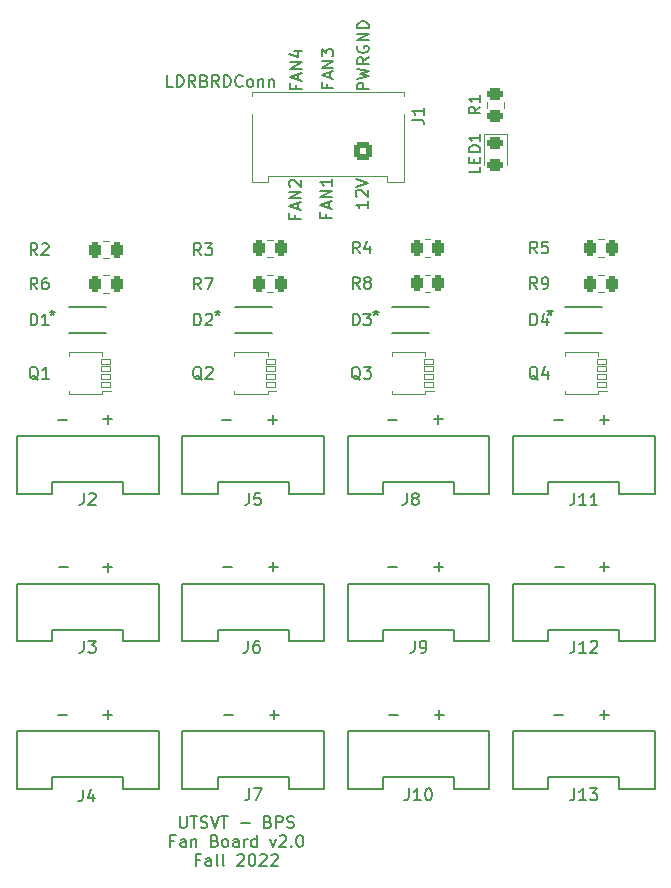
<source format=gbr>
%TF.GenerationSoftware,KiCad,Pcbnew,(6.0.7)*%
%TF.CreationDate,2022-12-02T21:15:13-06:00*%
%TF.ProjectId,BPS-Fan,4250532d-4661-46e2-9e6b-696361645f70,rev?*%
%TF.SameCoordinates,Original*%
%TF.FileFunction,Legend,Top*%
%TF.FilePolarity,Positive*%
%FSLAX46Y46*%
G04 Gerber Fmt 4.6, Leading zero omitted, Abs format (unit mm)*
G04 Created by KiCad (PCBNEW (6.0.7)) date 2022-12-02 21:15:13*
%MOMM*%
%LPD*%
G01*
G04 APERTURE LIST*
G04 Aperture macros list*
%AMRoundRect*
0 Rectangle with rounded corners*
0 $1 Rounding radius*
0 $2 $3 $4 $5 $6 $7 $8 $9 X,Y pos of 4 corners*
0 Add a 4 corners polygon primitive as box body*
4,1,4,$2,$3,$4,$5,$6,$7,$8,$9,$2,$3,0*
0 Add four circle primitives for the rounded corners*
1,1,$1+$1,$2,$3*
1,1,$1+$1,$4,$5*
1,1,$1+$1,$6,$7*
1,1,$1+$1,$8,$9*
0 Add four rect primitives between the rounded corners*
20,1,$1+$1,$2,$3,$4,$5,0*
20,1,$1+$1,$4,$5,$6,$7,0*
20,1,$1+$1,$6,$7,$8,$9,0*
20,1,$1+$1,$8,$9,$2,$3,0*%
%AMFreePoly0*
4,1,43,1.580355,1.210355,1.595000,1.175000,1.595000,0.775000,1.580355,0.739645,1.545000,0.725000,0.975000,0.725000,0.975000,0.575000,1.545000,0.575000,1.580355,0.560355,1.595000,0.525000,1.595000,0.125000,1.580355,0.089645,1.545000,0.075000,0.975000,0.075000,0.975000,-0.075000,1.545000,-0.075000,1.580355,-0.089645,1.595000,-0.125000,1.595000,-0.525000,1.580355,-0.560355,
1.545000,-0.575000,0.975000,-0.575000,0.975000,-0.725000,1.545000,-0.725000,1.580355,-0.739645,1.595000,-0.775000,1.595000,-1.175000,1.580355,-1.210355,1.545000,-1.225000,0.925000,-1.225000,0.889645,-1.210355,0.875000,-1.175000,-0.925000,-1.175000,-0.960355,-1.160355,-0.975000,-1.125000,-0.975000,1.125000,-0.960355,1.160355,-0.925000,1.175000,0.875000,1.175000,0.889645,1.210355,
0.925000,1.225000,1.545000,1.225000,1.580355,1.210355,1.580355,1.210355,$1*%
G04 Aperture macros list end*
%ADD10C,0.150000*%
%ADD11C,0.120000*%
%ADD12C,0.152400*%
%ADD13C,3.000000*%
%ADD14RoundRect,0.243750X0.456250X-0.243750X0.456250X0.243750X-0.456250X0.243750X-0.456250X-0.243750X0*%
%ADD15RoundRect,0.243750X-0.456250X0.243750X-0.456250X-0.243750X0.456250X-0.243750X0.456250X0.243750X0*%
%ADD16C,1.270000*%
%ADD17C,1.700000*%
%ADD18RoundRect,0.250000X-0.262500X-0.450000X0.262500X-0.450000X0.262500X0.450000X-0.262500X0.450000X0*%
%ADD19RoundRect,0.050000X0.415000X0.200000X-0.415000X0.200000X-0.415000X-0.200000X0.415000X-0.200000X0*%
%ADD20FreePoly0,180.000000*%
%ADD21R,1.041400X1.193800*%
%ADD22RoundRect,0.250000X0.262500X0.450000X-0.262500X0.450000X-0.262500X-0.450000X0.262500X-0.450000X0*%
%ADD23C,1.000000*%
%ADD24RoundRect,0.250001X0.499999X0.499999X-0.499999X0.499999X-0.499999X-0.499999X0.499999X-0.499999X0*%
%ADD25C,1.500000*%
G04 APERTURE END LIST*
D10*
X176782714Y-88019791D02*
X176020809Y-88019791D01*
X180590952Y-75519181D02*
X179829047Y-75519181D01*
X180210000Y-75138229D02*
X180210000Y-75900133D01*
X160302380Y-47567142D02*
X159302380Y-47567142D01*
X159302380Y-47186190D01*
X159350000Y-47090952D01*
X159397619Y-47043333D01*
X159492857Y-46995714D01*
X159635714Y-46995714D01*
X159730952Y-47043333D01*
X159778571Y-47090952D01*
X159826190Y-47186190D01*
X159826190Y-47567142D01*
X159302380Y-46662380D02*
X160302380Y-46424285D01*
X159588095Y-46233809D01*
X160302380Y-46043333D01*
X159302380Y-45805238D01*
X160302380Y-44852857D02*
X159826190Y-45186190D01*
X160302380Y-45424285D02*
X159302380Y-45424285D01*
X159302380Y-45043333D01*
X159350000Y-44948095D01*
X159397619Y-44900476D01*
X159492857Y-44852857D01*
X159635714Y-44852857D01*
X159730952Y-44900476D01*
X159778571Y-44948095D01*
X159826190Y-45043333D01*
X159826190Y-45424285D01*
X159350000Y-43900476D02*
X159302380Y-43995714D01*
X159302380Y-44138571D01*
X159350000Y-44281428D01*
X159445238Y-44376666D01*
X159540476Y-44424285D01*
X159730952Y-44471904D01*
X159873809Y-44471904D01*
X160064285Y-44424285D01*
X160159523Y-44376666D01*
X160254761Y-44281428D01*
X160302380Y-44138571D01*
X160302380Y-44043333D01*
X160254761Y-43900476D01*
X160207142Y-43852857D01*
X159873809Y-43852857D01*
X159873809Y-44043333D01*
X160302380Y-43424285D02*
X159302380Y-43424285D01*
X160302380Y-42852857D01*
X159302380Y-42852857D01*
X160302380Y-42376666D02*
X159302380Y-42376666D01*
X159302380Y-42138571D01*
X159350000Y-41995714D01*
X159445238Y-41900476D01*
X159540476Y-41852857D01*
X159730952Y-41805238D01*
X159873809Y-41805238D01*
X160064285Y-41852857D01*
X160159523Y-41900476D01*
X160254761Y-41995714D01*
X160302380Y-42138571D01*
X160302380Y-42376666D01*
X180225333Y-100140267D02*
X180225333Y-100902172D01*
X179844381Y-100521220D02*
X180606285Y-100521220D01*
X180220333Y-87590267D02*
X180220333Y-88352172D01*
X179839381Y-87971220D02*
X180601285Y-87971220D01*
X154025333Y-58181324D02*
X154025333Y-58514657D01*
X154549142Y-58514657D02*
X153549142Y-58514657D01*
X153549142Y-58038467D01*
X154263428Y-57705133D02*
X154263428Y-57228943D01*
X154549142Y-57800371D02*
X153549142Y-57467038D01*
X154549142Y-57133705D01*
X154549142Y-56800371D02*
X153549142Y-56800371D01*
X154549142Y-56228943D01*
X153549142Y-56228943D01*
X153644381Y-55800371D02*
X153596762Y-55752752D01*
X153549142Y-55657514D01*
X153549142Y-55419419D01*
X153596762Y-55324181D01*
X153644381Y-55276562D01*
X153739619Y-55228943D01*
X153834857Y-55228943D01*
X153977714Y-55276562D01*
X154549142Y-55847990D01*
X154549142Y-55228943D01*
X160202380Y-57029047D02*
X160202380Y-57600476D01*
X160202380Y-57314761D02*
X159202380Y-57314761D01*
X159345238Y-57410000D01*
X159440476Y-57505238D01*
X159488095Y-57600476D01*
X159297619Y-56648095D02*
X159250000Y-56600476D01*
X159202380Y-56505238D01*
X159202380Y-56267142D01*
X159250000Y-56171904D01*
X159297619Y-56124285D01*
X159392857Y-56076666D01*
X159488095Y-56076666D01*
X159630952Y-56124285D01*
X160202380Y-56695714D01*
X160202380Y-56076666D01*
X159202380Y-55790952D02*
X160202380Y-55457619D01*
X159202380Y-55124285D01*
X138178571Y-100140267D02*
X138178571Y-100902172D01*
X137797619Y-100521220D02*
X138559523Y-100521220D01*
X152560952Y-75519181D02*
X151799047Y-75519181D01*
X152180000Y-75138229D02*
X152180000Y-75900133D01*
X133969047Y-75572038D02*
X134730952Y-75572038D01*
X154100333Y-47206324D02*
X154100333Y-47539657D01*
X154624142Y-47539657D02*
X153624142Y-47539657D01*
X153624142Y-47063467D01*
X154338428Y-46730133D02*
X154338428Y-46253943D01*
X154624142Y-46825371D02*
X153624142Y-46492038D01*
X154624142Y-46158705D01*
X154624142Y-45825371D02*
X153624142Y-45825371D01*
X154624142Y-45253943D01*
X153624142Y-45253943D01*
X153957476Y-44349181D02*
X154624142Y-44349181D01*
X153576523Y-44587276D02*
X154290809Y-44825371D01*
X154290809Y-44206324D01*
X152275333Y-100140267D02*
X152275333Y-100902172D01*
X151894381Y-100521220D02*
X152656285Y-100521220D01*
X156778571Y-47095714D02*
X156778571Y-47429047D01*
X157302380Y-47429047D02*
X156302380Y-47429047D01*
X156302380Y-46952857D01*
X157016666Y-46619523D02*
X157016666Y-46143333D01*
X157302380Y-46714761D02*
X156302380Y-46381428D01*
X157302380Y-46048095D01*
X157302380Y-45714761D02*
X156302380Y-45714761D01*
X157302380Y-45143333D01*
X156302380Y-45143333D01*
X156302380Y-44762380D02*
X156302380Y-44143333D01*
X156683333Y-44476666D01*
X156683333Y-44333809D01*
X156730952Y-44238571D01*
X156778571Y-44190952D01*
X156873809Y-44143333D01*
X157111904Y-44143333D01*
X157207142Y-44190952D01*
X157254761Y-44238571D01*
X157302380Y-44333809D01*
X157302380Y-44619523D01*
X157254761Y-44714761D01*
X157207142Y-44762380D01*
X148682714Y-87959791D02*
X147920809Y-87959791D01*
X156678571Y-58095714D02*
X156678571Y-58429047D01*
X157202380Y-58429047D02*
X156202380Y-58429047D01*
X156202380Y-57952857D01*
X156916666Y-57619523D02*
X156916666Y-57143333D01*
X157202380Y-57714761D02*
X156202380Y-57381428D01*
X157202380Y-57048095D01*
X157202380Y-56714761D02*
X156202380Y-56714761D01*
X157202380Y-56143333D01*
X156202380Y-56143333D01*
X157202380Y-55143333D02*
X157202380Y-55714761D01*
X157202380Y-55429047D02*
X156202380Y-55429047D01*
X156345238Y-55524285D01*
X156440476Y-55619523D01*
X156488095Y-55714761D01*
X147899047Y-75582038D02*
X148660952Y-75582038D01*
X166250333Y-100140267D02*
X166250333Y-100902172D01*
X165869381Y-100521220D02*
X166631285Y-100521220D01*
X162792714Y-100519791D02*
X162030809Y-100519791D01*
X148777714Y-100529791D02*
X148015809Y-100529791D01*
X138580952Y-75499181D02*
X137819047Y-75499181D01*
X138200000Y-75118229D02*
X138200000Y-75880133D01*
X144290476Y-109092380D02*
X144290476Y-109901904D01*
X144338095Y-109997142D01*
X144385714Y-110044761D01*
X144480952Y-110092380D01*
X144671428Y-110092380D01*
X144766666Y-110044761D01*
X144814285Y-109997142D01*
X144861904Y-109901904D01*
X144861904Y-109092380D01*
X145195238Y-109092380D02*
X145766666Y-109092380D01*
X145480952Y-110092380D02*
X145480952Y-109092380D01*
X146052380Y-110044761D02*
X146195238Y-110092380D01*
X146433333Y-110092380D01*
X146528571Y-110044761D01*
X146576190Y-109997142D01*
X146623809Y-109901904D01*
X146623809Y-109806666D01*
X146576190Y-109711428D01*
X146528571Y-109663809D01*
X146433333Y-109616190D01*
X146242857Y-109568571D01*
X146147619Y-109520952D01*
X146100000Y-109473333D01*
X146052380Y-109378095D01*
X146052380Y-109282857D01*
X146100000Y-109187619D01*
X146147619Y-109140000D01*
X146242857Y-109092380D01*
X146480952Y-109092380D01*
X146623809Y-109140000D01*
X146909523Y-109092380D02*
X147242857Y-110092380D01*
X147576190Y-109092380D01*
X147766666Y-109092380D02*
X148338095Y-109092380D01*
X148052380Y-110092380D02*
X148052380Y-109092380D01*
X149433333Y-109711428D02*
X150195238Y-109711428D01*
X151766666Y-109568571D02*
X151909523Y-109616190D01*
X151957142Y-109663809D01*
X152004761Y-109759047D01*
X152004761Y-109901904D01*
X151957142Y-109997142D01*
X151909523Y-110044761D01*
X151814285Y-110092380D01*
X151433333Y-110092380D01*
X151433333Y-109092380D01*
X151766666Y-109092380D01*
X151861904Y-109140000D01*
X151909523Y-109187619D01*
X151957142Y-109282857D01*
X151957142Y-109378095D01*
X151909523Y-109473333D01*
X151861904Y-109520952D01*
X151766666Y-109568571D01*
X151433333Y-109568571D01*
X152433333Y-110092380D02*
X152433333Y-109092380D01*
X152814285Y-109092380D01*
X152909523Y-109140000D01*
X152957142Y-109187619D01*
X153004761Y-109282857D01*
X153004761Y-109425714D01*
X152957142Y-109520952D01*
X152909523Y-109568571D01*
X152814285Y-109616190D01*
X152433333Y-109616190D01*
X153385714Y-110044761D02*
X153528571Y-110092380D01*
X153766666Y-110092380D01*
X153861904Y-110044761D01*
X153909523Y-109997142D01*
X153957142Y-109901904D01*
X153957142Y-109806666D01*
X153909523Y-109711428D01*
X153861904Y-109663809D01*
X153766666Y-109616190D01*
X153576190Y-109568571D01*
X153480952Y-109520952D01*
X153433333Y-109473333D01*
X153385714Y-109378095D01*
X153385714Y-109282857D01*
X153433333Y-109187619D01*
X153480952Y-109140000D01*
X153576190Y-109092380D01*
X153814285Y-109092380D01*
X153957142Y-109140000D01*
X143838095Y-111178571D02*
X143504761Y-111178571D01*
X143504761Y-111702380D02*
X143504761Y-110702380D01*
X143980952Y-110702380D01*
X144790476Y-111702380D02*
X144790476Y-111178571D01*
X144742857Y-111083333D01*
X144647619Y-111035714D01*
X144457142Y-111035714D01*
X144361904Y-111083333D01*
X144790476Y-111654761D02*
X144695238Y-111702380D01*
X144457142Y-111702380D01*
X144361904Y-111654761D01*
X144314285Y-111559523D01*
X144314285Y-111464285D01*
X144361904Y-111369047D01*
X144457142Y-111321428D01*
X144695238Y-111321428D01*
X144790476Y-111273809D01*
X145266666Y-111035714D02*
X145266666Y-111702380D01*
X145266666Y-111130952D02*
X145314285Y-111083333D01*
X145409523Y-111035714D01*
X145552380Y-111035714D01*
X145647619Y-111083333D01*
X145695238Y-111178571D01*
X145695238Y-111702380D01*
X147266666Y-111178571D02*
X147409523Y-111226190D01*
X147457142Y-111273809D01*
X147504761Y-111369047D01*
X147504761Y-111511904D01*
X147457142Y-111607142D01*
X147409523Y-111654761D01*
X147314285Y-111702380D01*
X146933333Y-111702380D01*
X146933333Y-110702380D01*
X147266666Y-110702380D01*
X147361904Y-110750000D01*
X147409523Y-110797619D01*
X147457142Y-110892857D01*
X147457142Y-110988095D01*
X147409523Y-111083333D01*
X147361904Y-111130952D01*
X147266666Y-111178571D01*
X146933333Y-111178571D01*
X148076190Y-111702380D02*
X147980952Y-111654761D01*
X147933333Y-111607142D01*
X147885714Y-111511904D01*
X147885714Y-111226190D01*
X147933333Y-111130952D01*
X147980952Y-111083333D01*
X148076190Y-111035714D01*
X148219047Y-111035714D01*
X148314285Y-111083333D01*
X148361904Y-111130952D01*
X148409523Y-111226190D01*
X148409523Y-111511904D01*
X148361904Y-111607142D01*
X148314285Y-111654761D01*
X148219047Y-111702380D01*
X148076190Y-111702380D01*
X149266666Y-111702380D02*
X149266666Y-111178571D01*
X149219047Y-111083333D01*
X149123809Y-111035714D01*
X148933333Y-111035714D01*
X148838095Y-111083333D01*
X149266666Y-111654761D02*
X149171428Y-111702380D01*
X148933333Y-111702380D01*
X148838095Y-111654761D01*
X148790476Y-111559523D01*
X148790476Y-111464285D01*
X148838095Y-111369047D01*
X148933333Y-111321428D01*
X149171428Y-111321428D01*
X149266666Y-111273809D01*
X149742857Y-111702380D02*
X149742857Y-111035714D01*
X149742857Y-111226190D02*
X149790476Y-111130952D01*
X149838095Y-111083333D01*
X149933333Y-111035714D01*
X150028571Y-111035714D01*
X150790476Y-111702380D02*
X150790476Y-110702380D01*
X150790476Y-111654761D02*
X150695238Y-111702380D01*
X150504761Y-111702380D01*
X150409523Y-111654761D01*
X150361904Y-111607142D01*
X150314285Y-111511904D01*
X150314285Y-111226190D01*
X150361904Y-111130952D01*
X150409523Y-111083333D01*
X150504761Y-111035714D01*
X150695238Y-111035714D01*
X150790476Y-111083333D01*
X151933333Y-111035714D02*
X152171428Y-111702380D01*
X152409523Y-111035714D01*
X152742857Y-110797619D02*
X152790476Y-110750000D01*
X152885714Y-110702380D01*
X153123809Y-110702380D01*
X153219047Y-110750000D01*
X153266666Y-110797619D01*
X153314285Y-110892857D01*
X153314285Y-110988095D01*
X153266666Y-111130952D01*
X152695238Y-111702380D01*
X153314285Y-111702380D01*
X153742857Y-111607142D02*
X153790476Y-111654761D01*
X153742857Y-111702380D01*
X153695238Y-111654761D01*
X153742857Y-111607142D01*
X153742857Y-111702380D01*
X154409523Y-110702380D02*
X154504761Y-110702380D01*
X154600000Y-110750000D01*
X154647619Y-110797619D01*
X154695238Y-110892857D01*
X154742857Y-111083333D01*
X154742857Y-111321428D01*
X154695238Y-111511904D01*
X154647619Y-111607142D01*
X154600000Y-111654761D01*
X154504761Y-111702380D01*
X154409523Y-111702380D01*
X154314285Y-111654761D01*
X154266666Y-111607142D01*
X154219047Y-111511904D01*
X154171428Y-111321428D01*
X154171428Y-111083333D01*
X154219047Y-110892857D01*
X154266666Y-110797619D01*
X154314285Y-110750000D01*
X154409523Y-110702380D01*
X145980952Y-112788571D02*
X145647619Y-112788571D01*
X145647619Y-113312380D02*
X145647619Y-112312380D01*
X146123809Y-112312380D01*
X146933333Y-113312380D02*
X146933333Y-112788571D01*
X146885714Y-112693333D01*
X146790476Y-112645714D01*
X146600000Y-112645714D01*
X146504761Y-112693333D01*
X146933333Y-113264761D02*
X146838095Y-113312380D01*
X146600000Y-113312380D01*
X146504761Y-113264761D01*
X146457142Y-113169523D01*
X146457142Y-113074285D01*
X146504761Y-112979047D01*
X146600000Y-112931428D01*
X146838095Y-112931428D01*
X146933333Y-112883809D01*
X147552380Y-113312380D02*
X147457142Y-113264761D01*
X147409523Y-113169523D01*
X147409523Y-112312380D01*
X148076190Y-113312380D02*
X147980952Y-113264761D01*
X147933333Y-113169523D01*
X147933333Y-112312380D01*
X149171428Y-112407619D02*
X149219047Y-112360000D01*
X149314285Y-112312380D01*
X149552380Y-112312380D01*
X149647619Y-112360000D01*
X149695238Y-112407619D01*
X149742857Y-112502857D01*
X149742857Y-112598095D01*
X149695238Y-112740952D01*
X149123809Y-113312380D01*
X149742857Y-113312380D01*
X150361904Y-112312380D02*
X150457142Y-112312380D01*
X150552380Y-112360000D01*
X150600000Y-112407619D01*
X150647619Y-112502857D01*
X150695238Y-112693333D01*
X150695238Y-112931428D01*
X150647619Y-113121904D01*
X150600000Y-113217142D01*
X150552380Y-113264761D01*
X150457142Y-113312380D01*
X150361904Y-113312380D01*
X150266666Y-113264761D01*
X150219047Y-113217142D01*
X150171428Y-113121904D01*
X150123809Y-112931428D01*
X150123809Y-112693333D01*
X150171428Y-112502857D01*
X150219047Y-112407619D01*
X150266666Y-112360000D01*
X150361904Y-112312380D01*
X151076190Y-112407619D02*
X151123809Y-112360000D01*
X151219047Y-112312380D01*
X151457142Y-112312380D01*
X151552380Y-112360000D01*
X151600000Y-112407619D01*
X151647619Y-112502857D01*
X151647619Y-112598095D01*
X151600000Y-112740952D01*
X151028571Y-113312380D01*
X151647619Y-113312380D01*
X152028571Y-112407619D02*
X152076190Y-112360000D01*
X152171428Y-112312380D01*
X152409523Y-112312380D01*
X152504761Y-112360000D01*
X152552380Y-112407619D01*
X152600000Y-112502857D01*
X152600000Y-112598095D01*
X152552380Y-112740952D01*
X151980952Y-113312380D01*
X152600000Y-113312380D01*
X175939047Y-75582038D02*
X176700952Y-75582038D01*
X176717714Y-100529791D02*
X175955809Y-100529791D01*
X143702380Y-47352380D02*
X143226190Y-47352380D01*
X143226190Y-46352380D01*
X144035714Y-47352380D02*
X144035714Y-46352380D01*
X144273809Y-46352380D01*
X144416666Y-46400000D01*
X144511904Y-46495238D01*
X144559523Y-46590476D01*
X144607142Y-46780952D01*
X144607142Y-46923809D01*
X144559523Y-47114285D01*
X144511904Y-47209523D01*
X144416666Y-47304761D01*
X144273809Y-47352380D01*
X144035714Y-47352380D01*
X145607142Y-47352380D02*
X145273809Y-46876190D01*
X145035714Y-47352380D02*
X145035714Y-46352380D01*
X145416666Y-46352380D01*
X145511904Y-46400000D01*
X145559523Y-46447619D01*
X145607142Y-46542857D01*
X145607142Y-46685714D01*
X145559523Y-46780952D01*
X145511904Y-46828571D01*
X145416666Y-46876190D01*
X145035714Y-46876190D01*
X146369047Y-46828571D02*
X146511904Y-46876190D01*
X146559523Y-46923809D01*
X146607142Y-47019047D01*
X146607142Y-47161904D01*
X146559523Y-47257142D01*
X146511904Y-47304761D01*
X146416666Y-47352380D01*
X146035714Y-47352380D01*
X146035714Y-46352380D01*
X146369047Y-46352380D01*
X146464285Y-46400000D01*
X146511904Y-46447619D01*
X146559523Y-46542857D01*
X146559523Y-46638095D01*
X146511904Y-46733333D01*
X146464285Y-46780952D01*
X146369047Y-46828571D01*
X146035714Y-46828571D01*
X147607142Y-47352380D02*
X147273809Y-46876190D01*
X147035714Y-47352380D02*
X147035714Y-46352380D01*
X147416666Y-46352380D01*
X147511904Y-46400000D01*
X147559523Y-46447619D01*
X147607142Y-46542857D01*
X147607142Y-46685714D01*
X147559523Y-46780952D01*
X147511904Y-46828571D01*
X147416666Y-46876190D01*
X147035714Y-46876190D01*
X148035714Y-47352380D02*
X148035714Y-46352380D01*
X148273809Y-46352380D01*
X148416666Y-46400000D01*
X148511904Y-46495238D01*
X148559523Y-46590476D01*
X148607142Y-46780952D01*
X148607142Y-46923809D01*
X148559523Y-47114285D01*
X148511904Y-47209523D01*
X148416666Y-47304761D01*
X148273809Y-47352380D01*
X148035714Y-47352380D01*
X149607142Y-47257142D02*
X149559523Y-47304761D01*
X149416666Y-47352380D01*
X149321428Y-47352380D01*
X149178571Y-47304761D01*
X149083333Y-47209523D01*
X149035714Y-47114285D01*
X148988095Y-46923809D01*
X148988095Y-46780952D01*
X149035714Y-46590476D01*
X149083333Y-46495238D01*
X149178571Y-46400000D01*
X149321428Y-46352380D01*
X149416666Y-46352380D01*
X149559523Y-46400000D01*
X149607142Y-46447619D01*
X150178571Y-47352380D02*
X150083333Y-47304761D01*
X150035714Y-47257142D01*
X149988095Y-47161904D01*
X149988095Y-46876190D01*
X150035714Y-46780952D01*
X150083333Y-46733333D01*
X150178571Y-46685714D01*
X150321428Y-46685714D01*
X150416666Y-46733333D01*
X150464285Y-46780952D01*
X150511904Y-46876190D01*
X150511904Y-47161904D01*
X150464285Y-47257142D01*
X150416666Y-47304761D01*
X150321428Y-47352380D01*
X150178571Y-47352380D01*
X150940476Y-46685714D02*
X150940476Y-47352380D01*
X150940476Y-46780952D02*
X150988095Y-46733333D01*
X151083333Y-46685714D01*
X151226190Y-46685714D01*
X151321428Y-46733333D01*
X151369047Y-46828571D01*
X151369047Y-47352380D01*
X151845238Y-46685714D02*
X151845238Y-47352380D01*
X151845238Y-46780952D02*
X151892857Y-46733333D01*
X151988095Y-46685714D01*
X152130952Y-46685714D01*
X152226190Y-46733333D01*
X152273809Y-46828571D01*
X152273809Y-47352380D01*
X134740952Y-100529791D02*
X133979047Y-100529791D01*
X138175333Y-87640267D02*
X138175333Y-88402172D01*
X137794381Y-88021220D02*
X138556285Y-88021220D01*
X152220333Y-87580267D02*
X152220333Y-88342172D01*
X151839381Y-87961220D02*
X152601285Y-87961220D01*
X134852714Y-88024791D02*
X134090809Y-88024791D01*
X161919047Y-75572038D02*
X162680952Y-75572038D01*
X166560952Y-75509181D02*
X165799047Y-75509181D01*
X166180000Y-75128229D02*
X166180000Y-75890133D01*
X166200333Y-87590267D02*
X166200333Y-88352172D01*
X165819381Y-87971220D02*
X166581285Y-87971220D01*
X162712714Y-87959791D02*
X161950809Y-87959791D01*
%TO.C,R1*%
X169752380Y-49029166D02*
X169276190Y-49362500D01*
X169752380Y-49600595D02*
X168752380Y-49600595D01*
X168752380Y-49219642D01*
X168800000Y-49124404D01*
X168847619Y-49076785D01*
X168942857Y-49029166D01*
X169085714Y-49029166D01*
X169180952Y-49076785D01*
X169228571Y-49124404D01*
X169276190Y-49219642D01*
X169276190Y-49600595D01*
X169752380Y-48076785D02*
X169752380Y-48648214D01*
X169752380Y-48362500D02*
X168752380Y-48362500D01*
X168895238Y-48457738D01*
X168990476Y-48552976D01*
X169038095Y-48648214D01*
%TO.C,LED1*%
X169752380Y-54119047D02*
X169752380Y-54595238D01*
X168752380Y-54595238D01*
X169228571Y-53785714D02*
X169228571Y-53452380D01*
X169752380Y-53309523D02*
X169752380Y-53785714D01*
X168752380Y-53785714D01*
X168752380Y-53309523D01*
X169752380Y-52880952D02*
X168752380Y-52880952D01*
X168752380Y-52642857D01*
X168800000Y-52500000D01*
X168895238Y-52404761D01*
X168990476Y-52357142D01*
X169180952Y-52309523D01*
X169323809Y-52309523D01*
X169514285Y-52357142D01*
X169609523Y-52404761D01*
X169704761Y-52500000D01*
X169752380Y-52642857D01*
X169752380Y-52880952D01*
X169752380Y-51357142D02*
X169752380Y-51928571D01*
X169752380Y-51642857D02*
X168752380Y-51642857D01*
X168895238Y-51738095D01*
X168990476Y-51833333D01*
X169038095Y-51928571D01*
%TO.C,J5*%
X150166666Y-81752990D02*
X150166666Y-82467276D01*
X150119047Y-82610133D01*
X150023809Y-82705371D01*
X149880952Y-82752990D01*
X149785714Y-82752990D01*
X151119047Y-81752990D02*
X150642857Y-81752990D01*
X150595238Y-82229181D01*
X150642857Y-82181562D01*
X150738095Y-82133943D01*
X150976190Y-82133943D01*
X151071428Y-82181562D01*
X151119047Y-82229181D01*
X151166666Y-82324419D01*
X151166666Y-82562514D01*
X151119047Y-82657752D01*
X151071428Y-82705371D01*
X150976190Y-82752990D01*
X150738095Y-82752990D01*
X150642857Y-82705371D01*
X150595238Y-82657752D01*
%TO.C,R4*%
X159509133Y-61447990D02*
X159175800Y-60971800D01*
X158937704Y-61447990D02*
X158937704Y-60447990D01*
X159318657Y-60447990D01*
X159413895Y-60495610D01*
X159461514Y-60543229D01*
X159509133Y-60638467D01*
X159509133Y-60781324D01*
X159461514Y-60876562D01*
X159413895Y-60924181D01*
X159318657Y-60971800D01*
X158937704Y-60971800D01*
X160366276Y-60781324D02*
X160366276Y-61447990D01*
X160128180Y-60400371D02*
X159890085Y-61114657D01*
X160509133Y-61114657D01*
%TO.C,J13*%
X177690476Y-106752990D02*
X177690476Y-107467276D01*
X177642857Y-107610133D01*
X177547619Y-107705371D01*
X177404761Y-107752990D01*
X177309523Y-107752990D01*
X178690476Y-107752990D02*
X178119047Y-107752990D01*
X178404761Y-107752990D02*
X178404761Y-106752990D01*
X178309523Y-106895848D01*
X178214285Y-106991086D01*
X178119047Y-107038705D01*
X179023809Y-106752990D02*
X179642857Y-106752990D01*
X179309523Y-107133943D01*
X179452380Y-107133943D01*
X179547619Y-107181562D01*
X179595238Y-107229181D01*
X179642857Y-107324419D01*
X179642857Y-107562514D01*
X179595238Y-107657752D01*
X179547619Y-107705371D01*
X179452380Y-107752990D01*
X179166666Y-107752990D01*
X179071428Y-107705371D01*
X179023809Y-107657752D01*
%TO.C,J2*%
X136166666Y-81752990D02*
X136166666Y-82467276D01*
X136119047Y-82610133D01*
X136023809Y-82705371D01*
X135880952Y-82752990D01*
X135785714Y-82752990D01*
X136595238Y-81848229D02*
X136642857Y-81800610D01*
X136738095Y-81752990D01*
X136976190Y-81752990D01*
X137071428Y-81800610D01*
X137119047Y-81848229D01*
X137166666Y-81943467D01*
X137166666Y-82038705D01*
X137119047Y-82181562D01*
X136547619Y-82752990D01*
X137166666Y-82752990D01*
%TO.C,Q4*%
X174617261Y-72147619D02*
X174522023Y-72100000D01*
X174426785Y-72004761D01*
X174283928Y-71861904D01*
X174188690Y-71814285D01*
X174093452Y-71814285D01*
X174141071Y-72052380D02*
X174045833Y-72004761D01*
X173950595Y-71909523D01*
X173902976Y-71719047D01*
X173902976Y-71385714D01*
X173950595Y-71195238D01*
X174045833Y-71100000D01*
X174141071Y-71052380D01*
X174331547Y-71052380D01*
X174426785Y-71100000D01*
X174522023Y-71195238D01*
X174569642Y-71385714D01*
X174569642Y-71719047D01*
X174522023Y-71909523D01*
X174426785Y-72004761D01*
X174331547Y-72052380D01*
X174141071Y-72052380D01*
X175426785Y-71385714D02*
X175426785Y-72052380D01*
X175188690Y-71004761D02*
X174950595Y-71719047D01*
X175569642Y-71719047D01*
%TO.C,D4*%
X173974404Y-67552380D02*
X173974404Y-66552380D01*
X174212500Y-66552380D01*
X174355357Y-66600000D01*
X174450595Y-66695238D01*
X174498214Y-66790476D01*
X174545833Y-66980952D01*
X174545833Y-67123809D01*
X174498214Y-67314285D01*
X174450595Y-67409523D01*
X174355357Y-67504761D01*
X174212500Y-67552380D01*
X173974404Y-67552380D01*
X175402976Y-66885714D02*
X175402976Y-67552380D01*
X175164880Y-66504761D02*
X174926785Y-67219047D01*
X175545833Y-67219047D01*
X175620000Y-66202380D02*
X175620000Y-66440476D01*
X175381904Y-66345238D02*
X175620000Y-66440476D01*
X175858095Y-66345238D01*
X175477142Y-66630952D02*
X175620000Y-66440476D01*
X175762857Y-66630952D01*
%TO.C,J8*%
X163511666Y-81752990D02*
X163511666Y-82467276D01*
X163464047Y-82610133D01*
X163368809Y-82705371D01*
X163225952Y-82752990D01*
X163130714Y-82752990D01*
X164130714Y-82181562D02*
X164035476Y-82133943D01*
X163987857Y-82086324D01*
X163940238Y-81991086D01*
X163940238Y-81943467D01*
X163987857Y-81848229D01*
X164035476Y-81800610D01*
X164130714Y-81752990D01*
X164321190Y-81752990D01*
X164416428Y-81800610D01*
X164464047Y-81848229D01*
X164511666Y-81943467D01*
X164511666Y-81991086D01*
X164464047Y-82086324D01*
X164416428Y-82133943D01*
X164321190Y-82181562D01*
X164130714Y-82181562D01*
X164035476Y-82229181D01*
X163987857Y-82276800D01*
X163940238Y-82372038D01*
X163940238Y-82562514D01*
X163987857Y-82657752D01*
X164035476Y-82705371D01*
X164130714Y-82752990D01*
X164321190Y-82752990D01*
X164416428Y-82705371D01*
X164464047Y-82657752D01*
X164511666Y-82562514D01*
X164511666Y-82372038D01*
X164464047Y-82276800D01*
X164416428Y-82229181D01*
X164321190Y-82181562D01*
%TO.C,R9*%
X174545833Y-64452380D02*
X174212500Y-63976190D01*
X173974404Y-64452380D02*
X173974404Y-63452380D01*
X174355357Y-63452380D01*
X174450595Y-63500000D01*
X174498214Y-63547619D01*
X174545833Y-63642857D01*
X174545833Y-63785714D01*
X174498214Y-63880952D01*
X174450595Y-63928571D01*
X174355357Y-63976190D01*
X173974404Y-63976190D01*
X175022023Y-64452380D02*
X175212500Y-64452380D01*
X175307738Y-64404761D01*
X175355357Y-64357142D01*
X175450595Y-64214285D01*
X175498214Y-64023809D01*
X175498214Y-63642857D01*
X175450595Y-63547619D01*
X175402976Y-63500000D01*
X175307738Y-63452380D01*
X175117261Y-63452380D01*
X175022023Y-63500000D01*
X174974404Y-63547619D01*
X174926785Y-63642857D01*
X174926785Y-63880952D01*
X174974404Y-63976190D01*
X175022023Y-64023809D01*
X175117261Y-64071428D01*
X175307738Y-64071428D01*
X175402976Y-64023809D01*
X175450595Y-63976190D01*
X175498214Y-63880952D01*
%TO.C,R2*%
X132233333Y-61597990D02*
X131900000Y-61121800D01*
X131661904Y-61597990D02*
X131661904Y-60597990D01*
X132042857Y-60597990D01*
X132138095Y-60645610D01*
X132185714Y-60693229D01*
X132233333Y-60788467D01*
X132233333Y-60931324D01*
X132185714Y-61026562D01*
X132138095Y-61074181D01*
X132042857Y-61121800D01*
X131661904Y-61121800D01*
X132614285Y-60693229D02*
X132661904Y-60645610D01*
X132757142Y-60597990D01*
X132995238Y-60597990D01*
X133090476Y-60645610D01*
X133138095Y-60693229D01*
X133185714Y-60788467D01*
X133185714Y-60883705D01*
X133138095Y-61026562D01*
X132566666Y-61597990D01*
X133185714Y-61597990D01*
%TO.C,D3*%
X158937704Y-67552380D02*
X158937704Y-66552380D01*
X159175800Y-66552380D01*
X159318657Y-66600000D01*
X159413895Y-66695238D01*
X159461514Y-66790476D01*
X159509133Y-66980952D01*
X159509133Y-67123809D01*
X159461514Y-67314285D01*
X159413895Y-67409523D01*
X159318657Y-67504761D01*
X159175800Y-67552380D01*
X158937704Y-67552380D01*
X159842466Y-66552380D02*
X160461514Y-66552380D01*
X160128180Y-66933333D01*
X160271038Y-66933333D01*
X160366276Y-66980952D01*
X160413895Y-67028571D01*
X160461514Y-67123809D01*
X160461514Y-67361904D01*
X160413895Y-67457142D01*
X160366276Y-67504761D01*
X160271038Y-67552380D01*
X159985323Y-67552380D01*
X159890085Y-67504761D01*
X159842466Y-67457142D01*
X160910000Y-66252380D02*
X160910000Y-66490476D01*
X160671904Y-66395238D02*
X160910000Y-66490476D01*
X161148095Y-66395238D01*
X160767142Y-66680952D02*
X160910000Y-66490476D01*
X161052857Y-66680952D01*
%TO.C,J7*%
X150166666Y-106752990D02*
X150166666Y-107467276D01*
X150119047Y-107610133D01*
X150023809Y-107705371D01*
X149880952Y-107752990D01*
X149785714Y-107752990D01*
X150547619Y-106752990D02*
X151214285Y-106752990D01*
X150785714Y-107752990D01*
%TO.C,J3*%
X136166666Y-94252990D02*
X136166666Y-94967276D01*
X136119047Y-95110133D01*
X136023809Y-95205371D01*
X135880952Y-95252990D01*
X135785714Y-95252990D01*
X136547619Y-94252990D02*
X137166666Y-94252990D01*
X136833333Y-94633943D01*
X136976190Y-94633943D01*
X137071428Y-94681562D01*
X137119047Y-94729181D01*
X137166666Y-94824419D01*
X137166666Y-95062514D01*
X137119047Y-95157752D01*
X137071428Y-95205371D01*
X136976190Y-95252990D01*
X136690476Y-95252990D01*
X136595238Y-95205371D01*
X136547619Y-95157752D01*
%TO.C,D1*%
X131661904Y-67552380D02*
X131661904Y-66552380D01*
X131900000Y-66552380D01*
X132042857Y-66600000D01*
X132138095Y-66695238D01*
X132185714Y-66790476D01*
X132233333Y-66980952D01*
X132233333Y-67123809D01*
X132185714Y-67314285D01*
X132138095Y-67409523D01*
X132042857Y-67504761D01*
X131900000Y-67552380D01*
X131661904Y-67552380D01*
X133185714Y-67552380D02*
X132614285Y-67552380D01*
X132900000Y-67552380D02*
X132900000Y-66552380D01*
X132804761Y-66695238D01*
X132709523Y-66790476D01*
X132614285Y-66838095D01*
X133500000Y-66252380D02*
X133500000Y-66490476D01*
X133261904Y-66395238D02*
X133500000Y-66490476D01*
X133738095Y-66395238D01*
X133357142Y-66680952D02*
X133500000Y-66490476D01*
X133642857Y-66680952D01*
%TO.C,J9*%
X164166666Y-94252990D02*
X164166666Y-94967276D01*
X164119047Y-95110133D01*
X164023809Y-95205371D01*
X163880952Y-95252990D01*
X163785714Y-95252990D01*
X164690476Y-95252990D02*
X164880952Y-95252990D01*
X164976190Y-95205371D01*
X165023809Y-95157752D01*
X165119047Y-95014895D01*
X165166666Y-94824419D01*
X165166666Y-94443467D01*
X165119047Y-94348229D01*
X165071428Y-94300610D01*
X164976190Y-94252990D01*
X164785714Y-94252990D01*
X164690476Y-94300610D01*
X164642857Y-94348229D01*
X164595238Y-94443467D01*
X164595238Y-94681562D01*
X164642857Y-94776800D01*
X164690476Y-94824419D01*
X164785714Y-94872038D01*
X164976190Y-94872038D01*
X165071428Y-94824419D01*
X165119047Y-94776800D01*
X165166666Y-94681562D01*
%TO.C,J1*%
X163952380Y-50133333D02*
X164666666Y-50133333D01*
X164809523Y-50180952D01*
X164904761Y-50276190D01*
X164952380Y-50419047D01*
X164952380Y-50514285D01*
X164952380Y-49133333D02*
X164952380Y-49704761D01*
X164952380Y-49419047D02*
X163952380Y-49419047D01*
X164095238Y-49514285D01*
X164190476Y-49609523D01*
X164238095Y-49704761D01*
%TO.C,J6*%
X150066666Y-94252990D02*
X150066666Y-94967276D01*
X150019047Y-95110133D01*
X149923809Y-95205371D01*
X149780952Y-95252990D01*
X149685714Y-95252990D01*
X150971428Y-94252990D02*
X150780952Y-94252990D01*
X150685714Y-94300610D01*
X150638095Y-94348229D01*
X150542857Y-94491086D01*
X150495238Y-94681562D01*
X150495238Y-95062514D01*
X150542857Y-95157752D01*
X150590476Y-95205371D01*
X150685714Y-95252990D01*
X150876190Y-95252990D01*
X150971428Y-95205371D01*
X151019047Y-95157752D01*
X151066666Y-95062514D01*
X151066666Y-94824419D01*
X151019047Y-94729181D01*
X150971428Y-94681562D01*
X150876190Y-94633943D01*
X150685714Y-94633943D01*
X150590476Y-94681562D01*
X150542857Y-94729181D01*
X150495238Y-94824419D01*
%TO.C,Q1*%
X132304761Y-72147619D02*
X132209523Y-72100000D01*
X132114285Y-72004761D01*
X131971428Y-71861904D01*
X131876190Y-71814285D01*
X131780952Y-71814285D01*
X131828571Y-72052380D02*
X131733333Y-72004761D01*
X131638095Y-71909523D01*
X131590476Y-71719047D01*
X131590476Y-71385714D01*
X131638095Y-71195238D01*
X131733333Y-71100000D01*
X131828571Y-71052380D01*
X132019047Y-71052380D01*
X132114285Y-71100000D01*
X132209523Y-71195238D01*
X132257142Y-71385714D01*
X132257142Y-71719047D01*
X132209523Y-71909523D01*
X132114285Y-72004761D01*
X132019047Y-72052380D01*
X131828571Y-72052380D01*
X133209523Y-72052380D02*
X132638095Y-72052380D01*
X132923809Y-72052380D02*
X132923809Y-71052380D01*
X132828571Y-71195238D01*
X132733333Y-71290476D01*
X132638095Y-71338095D01*
%TO.C,R8*%
X159509133Y-64447990D02*
X159175800Y-63971800D01*
X158937704Y-64447990D02*
X158937704Y-63447990D01*
X159318657Y-63447990D01*
X159413895Y-63495610D01*
X159461514Y-63543229D01*
X159509133Y-63638467D01*
X159509133Y-63781324D01*
X159461514Y-63876562D01*
X159413895Y-63924181D01*
X159318657Y-63971800D01*
X158937704Y-63971800D01*
X160080561Y-63876562D02*
X159985323Y-63828943D01*
X159937704Y-63781324D01*
X159890085Y-63686086D01*
X159890085Y-63638467D01*
X159937704Y-63543229D01*
X159985323Y-63495610D01*
X160080561Y-63447990D01*
X160271038Y-63447990D01*
X160366276Y-63495610D01*
X160413895Y-63543229D01*
X160461514Y-63638467D01*
X160461514Y-63686086D01*
X160413895Y-63781324D01*
X160366276Y-63828943D01*
X160271038Y-63876562D01*
X160080561Y-63876562D01*
X159985323Y-63924181D01*
X159937704Y-63971800D01*
X159890085Y-64067038D01*
X159890085Y-64257514D01*
X159937704Y-64352752D01*
X159985323Y-64400371D01*
X160080561Y-64447990D01*
X160271038Y-64447990D01*
X160366276Y-64400371D01*
X160413895Y-64352752D01*
X160461514Y-64257514D01*
X160461514Y-64067038D01*
X160413895Y-63971800D01*
X160366276Y-63924181D01*
X160271038Y-63876562D01*
%TO.C,R6*%
X132233333Y-64497990D02*
X131900000Y-64021800D01*
X131661904Y-64497990D02*
X131661904Y-63497990D01*
X132042857Y-63497990D01*
X132138095Y-63545610D01*
X132185714Y-63593229D01*
X132233333Y-63688467D01*
X132233333Y-63831324D01*
X132185714Y-63926562D01*
X132138095Y-63974181D01*
X132042857Y-64021800D01*
X131661904Y-64021800D01*
X133090476Y-63497990D02*
X132900000Y-63497990D01*
X132804761Y-63545610D01*
X132757142Y-63593229D01*
X132661904Y-63736086D01*
X132614285Y-63926562D01*
X132614285Y-64307514D01*
X132661904Y-64402752D01*
X132709523Y-64450371D01*
X132804761Y-64497990D01*
X132995238Y-64497990D01*
X133090476Y-64450371D01*
X133138095Y-64402752D01*
X133185714Y-64307514D01*
X133185714Y-64069419D01*
X133138095Y-63974181D01*
X133090476Y-63926562D01*
X132995238Y-63878943D01*
X132804761Y-63878943D01*
X132709523Y-63926562D01*
X132661904Y-63974181D01*
X132614285Y-64069419D01*
%TO.C,Q3*%
X159580561Y-72147619D02*
X159485323Y-72100000D01*
X159390085Y-72004761D01*
X159247228Y-71861904D01*
X159151990Y-71814285D01*
X159056752Y-71814285D01*
X159104371Y-72052380D02*
X159009133Y-72004761D01*
X158913895Y-71909523D01*
X158866276Y-71719047D01*
X158866276Y-71385714D01*
X158913895Y-71195238D01*
X159009133Y-71100000D01*
X159104371Y-71052380D01*
X159294847Y-71052380D01*
X159390085Y-71100000D01*
X159485323Y-71195238D01*
X159532942Y-71385714D01*
X159532942Y-71719047D01*
X159485323Y-71909523D01*
X159390085Y-72004761D01*
X159294847Y-72052380D01*
X159104371Y-72052380D01*
X159866276Y-71052380D02*
X160485323Y-71052380D01*
X160151990Y-71433333D01*
X160294847Y-71433333D01*
X160390085Y-71480952D01*
X160437704Y-71528571D01*
X160485323Y-71623809D01*
X160485323Y-71861904D01*
X160437704Y-71957142D01*
X160390085Y-72004761D01*
X160294847Y-72052380D01*
X160009133Y-72052380D01*
X159913895Y-72004761D01*
X159866276Y-71957142D01*
%TO.C,J4*%
X136066666Y-106852990D02*
X136066666Y-107567276D01*
X136019047Y-107710133D01*
X135923809Y-107805371D01*
X135780952Y-107852990D01*
X135685714Y-107852990D01*
X136971428Y-107186324D02*
X136971428Y-107852990D01*
X136733333Y-106805371D02*
X136495238Y-107519657D01*
X137114285Y-107519657D01*
%TO.C,Q2*%
X146163861Y-72147619D02*
X146068623Y-72100000D01*
X145973385Y-72004761D01*
X145830528Y-71861904D01*
X145735290Y-71814285D01*
X145640052Y-71814285D01*
X145687671Y-72052380D02*
X145592433Y-72004761D01*
X145497195Y-71909523D01*
X145449576Y-71719047D01*
X145449576Y-71385714D01*
X145497195Y-71195238D01*
X145592433Y-71100000D01*
X145687671Y-71052380D01*
X145878147Y-71052380D01*
X145973385Y-71100000D01*
X146068623Y-71195238D01*
X146116242Y-71385714D01*
X146116242Y-71719047D01*
X146068623Y-71909523D01*
X145973385Y-72004761D01*
X145878147Y-72052380D01*
X145687671Y-72052380D01*
X146497195Y-71147619D02*
X146544814Y-71100000D01*
X146640052Y-71052380D01*
X146878147Y-71052380D01*
X146973385Y-71100000D01*
X147021004Y-71147619D01*
X147068623Y-71242857D01*
X147068623Y-71338095D01*
X147021004Y-71480952D01*
X146449576Y-72052380D01*
X147068623Y-72052380D01*
%TO.C,J10*%
X163690476Y-106752990D02*
X163690476Y-107467276D01*
X163642857Y-107610133D01*
X163547619Y-107705371D01*
X163404761Y-107752990D01*
X163309523Y-107752990D01*
X164690476Y-107752990D02*
X164119047Y-107752990D01*
X164404761Y-107752990D02*
X164404761Y-106752990D01*
X164309523Y-106895848D01*
X164214285Y-106991086D01*
X164119047Y-107038705D01*
X165309523Y-106752990D02*
X165404761Y-106752990D01*
X165500000Y-106800610D01*
X165547619Y-106848229D01*
X165595238Y-106943467D01*
X165642857Y-107133943D01*
X165642857Y-107372038D01*
X165595238Y-107562514D01*
X165547619Y-107657752D01*
X165500000Y-107705371D01*
X165404761Y-107752990D01*
X165309523Y-107752990D01*
X165214285Y-107705371D01*
X165166666Y-107657752D01*
X165119047Y-107562514D01*
X165071428Y-107372038D01*
X165071428Y-107133943D01*
X165119047Y-106943467D01*
X165166666Y-106848229D01*
X165214285Y-106800610D01*
X165309523Y-106752990D01*
%TO.C,D2*%
X145521004Y-67552380D02*
X145521004Y-66552380D01*
X145759100Y-66552380D01*
X145901957Y-66600000D01*
X145997195Y-66695238D01*
X146044814Y-66790476D01*
X146092433Y-66980952D01*
X146092433Y-67123809D01*
X146044814Y-67314285D01*
X145997195Y-67409523D01*
X145901957Y-67504761D01*
X145759100Y-67552380D01*
X145521004Y-67552380D01*
X146473385Y-66647619D02*
X146521004Y-66600000D01*
X146616242Y-66552380D01*
X146854338Y-66552380D01*
X146949576Y-66600000D01*
X146997195Y-66647619D01*
X147044814Y-66742857D01*
X147044814Y-66838095D01*
X146997195Y-66980952D01*
X146425766Y-67552380D01*
X147044814Y-67552380D01*
X147500000Y-66252380D02*
X147500000Y-66490476D01*
X147261904Y-66395238D02*
X147500000Y-66490476D01*
X147738095Y-66395238D01*
X147357142Y-66680952D02*
X147500000Y-66490476D01*
X147642857Y-66680952D01*
%TO.C,J12*%
X177690476Y-94252990D02*
X177690476Y-94967276D01*
X177642857Y-95110133D01*
X177547619Y-95205371D01*
X177404761Y-95252990D01*
X177309523Y-95252990D01*
X178690476Y-95252990D02*
X178119047Y-95252990D01*
X178404761Y-95252990D02*
X178404761Y-94252990D01*
X178309523Y-94395848D01*
X178214285Y-94491086D01*
X178119047Y-94538705D01*
X179071428Y-94348229D02*
X179119047Y-94300610D01*
X179214285Y-94252990D01*
X179452380Y-94252990D01*
X179547619Y-94300610D01*
X179595238Y-94348229D01*
X179642857Y-94443467D01*
X179642857Y-94538705D01*
X179595238Y-94681562D01*
X179023809Y-95252990D01*
X179642857Y-95252990D01*
%TO.C,R7*%
X146092433Y-64497990D02*
X145759100Y-64021800D01*
X145521004Y-64497990D02*
X145521004Y-63497990D01*
X145901957Y-63497990D01*
X145997195Y-63545610D01*
X146044814Y-63593229D01*
X146092433Y-63688467D01*
X146092433Y-63831324D01*
X146044814Y-63926562D01*
X145997195Y-63974181D01*
X145901957Y-64021800D01*
X145521004Y-64021800D01*
X146425766Y-63497990D02*
X147092433Y-63497990D01*
X146663861Y-64497990D01*
%TO.C,R3*%
X146092433Y-61597990D02*
X145759100Y-61121800D01*
X145521004Y-61597990D02*
X145521004Y-60597990D01*
X145901957Y-60597990D01*
X145997195Y-60645610D01*
X146044814Y-60693229D01*
X146092433Y-60788467D01*
X146092433Y-60931324D01*
X146044814Y-61026562D01*
X145997195Y-61074181D01*
X145901957Y-61121800D01*
X145521004Y-61121800D01*
X146425766Y-60597990D02*
X147044814Y-60597990D01*
X146711480Y-60978943D01*
X146854338Y-60978943D01*
X146949576Y-61026562D01*
X146997195Y-61074181D01*
X147044814Y-61169419D01*
X147044814Y-61407514D01*
X146997195Y-61502752D01*
X146949576Y-61550371D01*
X146854338Y-61597990D01*
X146568623Y-61597990D01*
X146473385Y-61550371D01*
X146425766Y-61502752D01*
%TO.C,R5*%
X174545833Y-61452380D02*
X174212500Y-60976190D01*
X173974404Y-61452380D02*
X173974404Y-60452380D01*
X174355357Y-60452380D01*
X174450595Y-60500000D01*
X174498214Y-60547619D01*
X174545833Y-60642857D01*
X174545833Y-60785714D01*
X174498214Y-60880952D01*
X174450595Y-60928571D01*
X174355357Y-60976190D01*
X173974404Y-60976190D01*
X175450595Y-60452380D02*
X174974404Y-60452380D01*
X174926785Y-60928571D01*
X174974404Y-60880952D01*
X175069642Y-60833333D01*
X175307738Y-60833333D01*
X175402976Y-60880952D01*
X175450595Y-60928571D01*
X175498214Y-61023809D01*
X175498214Y-61261904D01*
X175450595Y-61357142D01*
X175402976Y-61404761D01*
X175307738Y-61452380D01*
X175069642Y-61452380D01*
X174974404Y-61404761D01*
X174926785Y-61357142D01*
%TO.C,J11*%
X177690476Y-81752990D02*
X177690476Y-82467276D01*
X177642857Y-82610133D01*
X177547619Y-82705371D01*
X177404761Y-82752990D01*
X177309523Y-82752990D01*
X178690476Y-82752990D02*
X178119047Y-82752990D01*
X178404761Y-82752990D02*
X178404761Y-81752990D01*
X178309523Y-81895848D01*
X178214285Y-81991086D01*
X178119047Y-82038705D01*
X179642857Y-82752990D02*
X179071428Y-82752990D01*
X179357142Y-82752990D02*
X179357142Y-81752990D01*
X179261904Y-81895848D01*
X179166666Y-81991086D01*
X179071428Y-82038705D01*
D11*
%TO.C,R1*%
X170290000Y-49121078D02*
X170290000Y-48603922D01*
X171710000Y-49121078D02*
X171710000Y-48603922D01*
%TO.C,LED1*%
X171960000Y-51315000D02*
X170040000Y-51315000D01*
X171960000Y-54000000D02*
X171960000Y-51315000D01*
X170040000Y-51315000D02*
X170040000Y-54000000D01*
D10*
%TO.C,J5*%
X153500000Y-81800610D02*
X153500000Y-80800610D01*
X147500000Y-80800610D02*
X147500000Y-81800610D01*
X144500000Y-81800610D02*
X144500000Y-76900610D01*
X156500000Y-81800610D02*
X153500000Y-81800610D01*
X144500000Y-76900610D02*
X156500000Y-76900610D01*
X147500000Y-81800610D02*
X144500000Y-81800610D01*
X156500000Y-76900610D02*
X156500000Y-81800610D01*
X153500000Y-80800610D02*
X147500000Y-80800610D01*
D11*
%TO.C,R4*%
X165032198Y-61730610D02*
X165486326Y-61730610D01*
X165032198Y-60260610D02*
X165486326Y-60260610D01*
D10*
%TO.C,J13*%
X184500000Y-101900610D02*
X184500000Y-106800610D01*
X172500000Y-101900610D02*
X184500000Y-101900610D01*
X181500000Y-105800610D02*
X175500000Y-105800610D01*
X181500000Y-106800610D02*
X181500000Y-105800610D01*
X172500000Y-106800610D02*
X172500000Y-101900610D01*
X175500000Y-106800610D02*
X172500000Y-106800610D01*
X184500000Y-106800610D02*
X181500000Y-106800610D01*
X175500000Y-105800610D02*
X175500000Y-106800610D01*
%TO.C,J2*%
X133500000Y-81800610D02*
X130500000Y-81800610D01*
X139500000Y-80800610D02*
X133500000Y-80800610D01*
X130500000Y-81800610D02*
X130500000Y-76900610D01*
X142500000Y-81800610D02*
X139500000Y-81800610D01*
X130500000Y-76900610D02*
X142500000Y-76900610D01*
X139500000Y-81800610D02*
X139500000Y-80800610D01*
X133500000Y-80800610D02*
X133500000Y-81800610D01*
X142500000Y-76900610D02*
X142500000Y-81800610D01*
D11*
%TO.C,Q4*%
X180450000Y-73075000D02*
X179720000Y-73075000D01*
X176880000Y-73370000D02*
X179720000Y-73370000D01*
X179720000Y-70125000D02*
X179720000Y-69830000D01*
X179720000Y-69830000D02*
X176880000Y-69830000D01*
X176880000Y-69830000D02*
X176880000Y-70125000D01*
X179720000Y-73370000D02*
X179720000Y-73075000D01*
X176880000Y-73075000D02*
X176880000Y-73370000D01*
D12*
%TO.C,D4*%
X180074800Y-66020500D02*
X176925200Y-66020500D01*
X176925200Y-68179500D02*
X180074800Y-68179500D01*
D10*
%TO.C,J8*%
X161500000Y-81800610D02*
X158500000Y-81800610D01*
X167500000Y-81800610D02*
X167500000Y-80800610D01*
X161500000Y-80800610D02*
X161500000Y-81800610D01*
X170500000Y-76900610D02*
X170500000Y-81800610D01*
X170500000Y-81800610D02*
X167500000Y-81800610D01*
X158500000Y-76900610D02*
X170500000Y-76900610D01*
X158500000Y-81800610D02*
X158500000Y-76900610D01*
X167500000Y-80800610D02*
X161500000Y-80800610D01*
D11*
%TO.C,R9*%
X180186326Y-63265000D02*
X179732198Y-63265000D01*
X180186326Y-64735000D02*
X179732198Y-64735000D01*
%TO.C,R2*%
X137832198Y-61880610D02*
X138286326Y-61880610D01*
X137832198Y-60410610D02*
X138286326Y-60410610D01*
D12*
%TO.C,D3*%
X162270200Y-68179500D02*
X165419800Y-68179500D01*
X165419800Y-66020500D02*
X162270200Y-66020500D01*
D10*
%TO.C,J7*%
X156500000Y-106800610D02*
X153500000Y-106800610D01*
X153500000Y-105800610D02*
X147500000Y-105800610D01*
X144500000Y-106800610D02*
X144500000Y-101900610D01*
X144500000Y-101900610D02*
X156500000Y-101900610D01*
X147500000Y-105800610D02*
X147500000Y-106800610D01*
X153500000Y-106800610D02*
X153500000Y-105800610D01*
X156500000Y-101900610D02*
X156500000Y-106800610D01*
X147500000Y-106800610D02*
X144500000Y-106800610D01*
%TO.C,J3*%
X133500000Y-93300610D02*
X133500000Y-94300610D01*
X142500000Y-89400610D02*
X142500000Y-94300610D01*
X130500000Y-94300610D02*
X130500000Y-89400610D01*
X139500000Y-93300610D02*
X133500000Y-93300610D01*
X133500000Y-94300610D02*
X130500000Y-94300610D01*
X142500000Y-94300610D02*
X139500000Y-94300610D01*
X139500000Y-94300610D02*
X139500000Y-93300610D01*
X130500000Y-89400610D02*
X142500000Y-89400610D01*
D12*
%TO.C,D1*%
X134925200Y-68179500D02*
X138074800Y-68179500D01*
X138074800Y-66020500D02*
X134925200Y-66020500D01*
D10*
%TO.C,J9*%
X161500000Y-94300610D02*
X158500000Y-94300610D01*
X158500000Y-94300610D02*
X158500000Y-89400610D01*
X167500000Y-93300610D02*
X161500000Y-93300610D01*
X167500000Y-94300610D02*
X167500000Y-93300610D01*
X161500000Y-93300610D02*
X161500000Y-94300610D01*
X170500000Y-89400610D02*
X170500000Y-94300610D01*
X158500000Y-89400610D02*
X170500000Y-89400610D01*
X170500000Y-94300610D02*
X167500000Y-94300610D01*
D11*
%TO.C,J1*%
X163235000Y-55380000D02*
X161815000Y-55380000D01*
X151785000Y-55380000D02*
X150365000Y-55380000D01*
X163235000Y-48100000D02*
X163235000Y-47790000D01*
X151785000Y-54880000D02*
X151785000Y-55380000D01*
X161815000Y-54880000D02*
X151785000Y-54880000D01*
X150365000Y-55380000D02*
X150365000Y-49620000D01*
X150365000Y-47790000D02*
X150365000Y-48100000D01*
X163235000Y-47790000D02*
X150365000Y-47790000D01*
X163235000Y-49620000D02*
X163235000Y-55380000D01*
X161815000Y-55380000D02*
X161815000Y-54880000D01*
D10*
%TO.C,J6*%
X147500000Y-93300610D02*
X147500000Y-94300610D01*
X153500000Y-93300610D02*
X147500000Y-93300610D01*
X153500000Y-94300610D02*
X153500000Y-93300610D01*
X156500000Y-89400610D02*
X156500000Y-94300610D01*
X156500000Y-94300610D02*
X153500000Y-94300610D01*
X144500000Y-89400610D02*
X156500000Y-89400610D01*
X144500000Y-94300610D02*
X144500000Y-89400610D01*
X147500000Y-94300610D02*
X144500000Y-94300610D01*
D11*
%TO.C,Q1*%
X137720000Y-73370000D02*
X137720000Y-73075000D01*
X134880000Y-73370000D02*
X137720000Y-73370000D01*
X134880000Y-69830000D02*
X134880000Y-70125000D01*
X134880000Y-73075000D02*
X134880000Y-73370000D01*
X138450000Y-73075000D02*
X137720000Y-73075000D01*
X137720000Y-69830000D02*
X134880000Y-69830000D01*
X137720000Y-70125000D02*
X137720000Y-69830000D01*
%TO.C,R8*%
X165486326Y-64730610D02*
X165032198Y-64730610D01*
X165486326Y-63260610D02*
X165032198Y-63260610D01*
%TO.C,R6*%
X138286326Y-63310610D02*
X137832198Y-63310610D01*
X138286326Y-64780610D02*
X137832198Y-64780610D01*
%TO.C,Q3*%
X165065000Y-70125000D02*
X165065000Y-69830000D01*
X165065000Y-73370000D02*
X165065000Y-73075000D01*
X165795000Y-73075000D02*
X165065000Y-73075000D01*
X162225000Y-73075000D02*
X162225000Y-73370000D01*
X165065000Y-69830000D02*
X162225000Y-69830000D01*
X162225000Y-69830000D02*
X162225000Y-70125000D01*
X162225000Y-73370000D02*
X165065000Y-73370000D01*
D10*
%TO.C,J4*%
X133500000Y-106800610D02*
X130500000Y-106800610D01*
X142500000Y-106800610D02*
X139500000Y-106800610D01*
X130500000Y-101900610D02*
X142500000Y-101900610D01*
X139500000Y-105800610D02*
X133500000Y-105800610D01*
X142500000Y-101900610D02*
X142500000Y-106800610D01*
X133500000Y-105800610D02*
X133500000Y-106800610D01*
X130500000Y-106800610D02*
X130500000Y-101900610D01*
X139500000Y-106800610D02*
X139500000Y-105800610D01*
D11*
%TO.C,Q2*%
X151720000Y-69830000D02*
X148880000Y-69830000D01*
X152450000Y-73075000D02*
X151720000Y-73075000D01*
X148880000Y-69830000D02*
X148880000Y-70125000D01*
X148880000Y-73075000D02*
X148880000Y-73370000D01*
X151720000Y-73370000D02*
X151720000Y-73075000D01*
X148880000Y-73370000D02*
X151720000Y-73370000D01*
X151720000Y-70125000D02*
X151720000Y-69830000D01*
D10*
%TO.C,J10*%
X158500000Y-106800610D02*
X158500000Y-101900610D01*
X170500000Y-101900610D02*
X170500000Y-106800610D01*
X158500000Y-101900610D02*
X170500000Y-101900610D01*
X167500000Y-105800610D02*
X161500000Y-105800610D01*
X161500000Y-106800610D02*
X158500000Y-106800610D01*
X167500000Y-106800610D02*
X167500000Y-105800610D01*
X161500000Y-105800610D02*
X161500000Y-106800610D01*
X170500000Y-106800610D02*
X167500000Y-106800610D01*
D12*
%TO.C,D2*%
X152074800Y-66020500D02*
X148925200Y-66020500D01*
X148925200Y-68179500D02*
X152074800Y-68179500D01*
D10*
%TO.C,J12*%
X172500000Y-89400610D02*
X184500000Y-89400610D01*
X175500000Y-94300610D02*
X172500000Y-94300610D01*
X172500000Y-94300610D02*
X172500000Y-89400610D01*
X181500000Y-94300610D02*
X181500000Y-93300610D01*
X175500000Y-93300610D02*
X175500000Y-94300610D01*
X184500000Y-89400610D02*
X184500000Y-94300610D01*
X181500000Y-93300610D02*
X175500000Y-93300610D01*
X184500000Y-94300610D02*
X181500000Y-94300610D01*
D11*
%TO.C,R7*%
X152161326Y-63285610D02*
X151707198Y-63285610D01*
X152161326Y-64755610D02*
X151707198Y-64755610D01*
%TO.C,R3*%
X151707198Y-61755610D02*
X152161326Y-61755610D01*
X151707198Y-60285610D02*
X152161326Y-60285610D01*
%TO.C,R5*%
X179732198Y-60265000D02*
X180186326Y-60265000D01*
X179732198Y-61735000D02*
X180186326Y-61735000D01*
D10*
%TO.C,J11*%
X175500000Y-81800610D02*
X172500000Y-81800610D01*
X184500000Y-81800610D02*
X181500000Y-81800610D01*
X184500000Y-76900610D02*
X184500000Y-81800610D01*
X181500000Y-80800610D02*
X175500000Y-80800610D01*
X172500000Y-76900610D02*
X184500000Y-76900610D01*
X175500000Y-80800610D02*
X175500000Y-81800610D01*
X181500000Y-81800610D02*
X181500000Y-80800610D01*
X172500000Y-81800610D02*
X172500000Y-76900610D01*
%TD*%
%LPC*%
D13*
%TO.C,H1*%
X133496800Y-45695600D03*
%TD*%
%TO.C,H2*%
X180796762Y-111145610D03*
%TD*%
%TO.C,H4*%
X133496762Y-111145610D03*
%TD*%
%TO.C,H3*%
X180796800Y-45695600D03*
%TD*%
D14*
%TO.C,R1*%
X171000000Y-49800000D03*
X171000000Y-47925000D03*
%TD*%
D15*
%TO.C,LED1*%
X171000000Y-52062500D03*
X171000000Y-53937500D03*
%TD*%
D16*
%TO.C,J5*%
X146000000Y-80760610D03*
X155000000Y-80760610D03*
D17*
X152000000Y-78800610D03*
X149000000Y-78800610D03*
%TD*%
D18*
%TO.C,R4*%
X166171762Y-60995610D03*
X164346762Y-60995610D03*
%TD*%
D16*
%TO.C,J13*%
X183000000Y-105760610D03*
X174000000Y-105760610D03*
D17*
X180000000Y-103800610D03*
X177000000Y-103800610D03*
%TD*%
D16*
%TO.C,J2*%
X141000000Y-80760610D03*
X132000000Y-80760610D03*
D17*
X138000000Y-78800610D03*
X135000000Y-78800610D03*
%TD*%
D19*
%TO.C,Q4*%
X180035000Y-72575000D03*
X180035000Y-71925000D03*
X180035000Y-71275000D03*
X180035000Y-70625000D03*
D20*
X178095000Y-71600000D03*
%TD*%
D21*
%TO.C,D4*%
X180138300Y-67100000D03*
X176861700Y-67100000D03*
%TD*%
D16*
%TO.C,J8*%
X160000000Y-80760610D03*
X169000000Y-80760610D03*
D17*
X166000000Y-78800610D03*
X163000000Y-78800610D03*
%TD*%
D22*
%TO.C,R9*%
X179046762Y-64000000D03*
X180871762Y-64000000D03*
%TD*%
D18*
%TO.C,R2*%
X138971762Y-61145610D03*
X137146762Y-61145610D03*
%TD*%
D21*
%TO.C,D3*%
X165483300Y-67100000D03*
X162206700Y-67100000D03*
%TD*%
D16*
%TO.C,J7*%
X146000000Y-105760610D03*
X155000000Y-105760610D03*
D17*
X152000000Y-103800610D03*
X149000000Y-103800610D03*
%TD*%
D16*
%TO.C,J3*%
X132000000Y-93260610D03*
X141000000Y-93260610D03*
D17*
X138000000Y-91300610D03*
X135000000Y-91300610D03*
%TD*%
D21*
%TO.C,D1*%
X138138300Y-67100000D03*
X134861700Y-67100000D03*
%TD*%
D16*
%TO.C,J9*%
X169000000Y-93260610D03*
X160000000Y-93260610D03*
D17*
X166000000Y-91300610D03*
X163000000Y-91300610D03*
%TD*%
D23*
%TO.C,J1*%
X150800000Y-48860000D03*
X162800000Y-48860000D03*
D24*
X159800000Y-52800000D03*
D25*
X156800000Y-52800000D03*
X153800000Y-52800000D03*
X159800000Y-49800000D03*
X156800000Y-49800000D03*
X153800000Y-49800000D03*
%TD*%
D16*
%TO.C,J6*%
X146000000Y-93260610D03*
X155000000Y-93260610D03*
D17*
X152000000Y-91300610D03*
X149000000Y-91300610D03*
%TD*%
D19*
%TO.C,Q1*%
X138035000Y-72575000D03*
X138035000Y-71925000D03*
X138035000Y-71275000D03*
X138035000Y-70625000D03*
D20*
X136095000Y-71600000D03*
%TD*%
D22*
%TO.C,R8*%
X166171762Y-63995610D03*
X164346762Y-63995610D03*
%TD*%
%TO.C,R6*%
X137146762Y-64045610D03*
X138971762Y-64045610D03*
%TD*%
D19*
%TO.C,Q3*%
X165380000Y-72575000D03*
X165380000Y-71925000D03*
X165380000Y-71275000D03*
X165380000Y-70625000D03*
D20*
X163440000Y-71600000D03*
%TD*%
D16*
%TO.C,J4*%
X141000000Y-105760610D03*
X132000000Y-105760610D03*
D17*
X138000000Y-103800610D03*
X135000000Y-103800610D03*
%TD*%
D19*
%TO.C,Q2*%
X152035000Y-72575000D03*
X152035000Y-71925000D03*
X152035000Y-71275000D03*
X152035000Y-70625000D03*
D20*
X150095000Y-71600000D03*
%TD*%
D16*
%TO.C,J10*%
X160000000Y-105760610D03*
X169000000Y-105760610D03*
D17*
X166000000Y-103800610D03*
X163000000Y-103800610D03*
%TD*%
D21*
%TO.C,D2*%
X152138300Y-67100000D03*
X148861700Y-67100000D03*
%TD*%
D16*
%TO.C,J12*%
X174000000Y-93260610D03*
X183000000Y-93260610D03*
D17*
X180000000Y-91300610D03*
X177000000Y-91300610D03*
%TD*%
D22*
%TO.C,R7*%
X151021762Y-64020610D03*
X152846762Y-64020610D03*
%TD*%
D18*
%TO.C,R3*%
X151021762Y-61020610D03*
X152846762Y-61020610D03*
%TD*%
%TO.C,R5*%
X180871762Y-61000000D03*
X179046762Y-61000000D03*
%TD*%
D16*
%TO.C,J11*%
X183000000Y-80760610D03*
X174000000Y-80760610D03*
D17*
X180000000Y-78800610D03*
X177000000Y-78800610D03*
%TD*%
M02*

</source>
